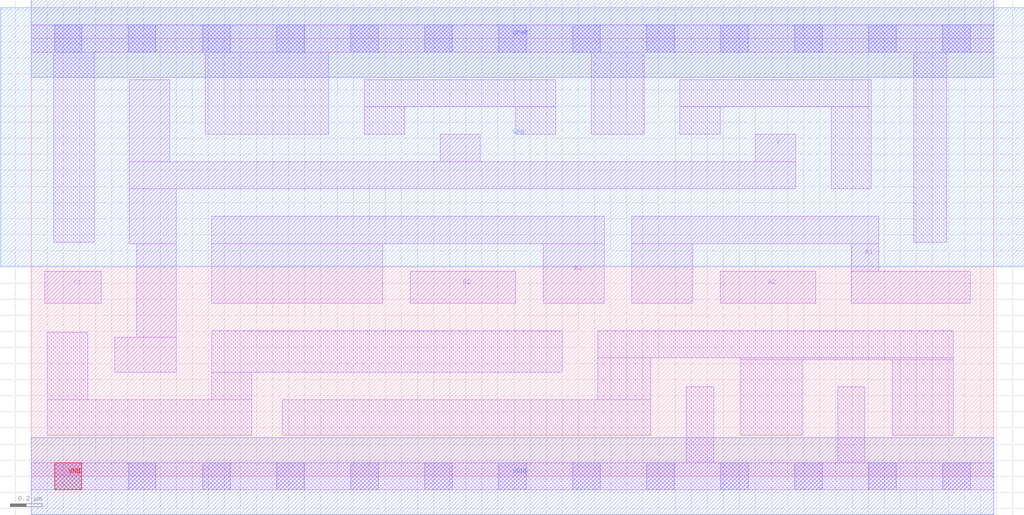
<source format=lef>
# Copyright 2020 The SkyWater PDK Authors
#
# Licensed under the Apache License, Version 2.0 (the "License");
# you may not use this file except in compliance with the License.
# You may obtain a copy of the License at
#
#     https://www.apache.org/licenses/LICENSE-2.0
#
# Unless required by applicable law or agreed to in writing, software
# distributed under the License is distributed on an "AS IS" BASIS,
# WITHOUT WARRANTIES OR CONDITIONS OF ANY KIND, either express or implied.
# See the License for the specific language governing permissions and
# limitations under the License.
#
# SPDX-License-Identifier: Apache-2.0

VERSION 5.7 ;
  NOWIREEXTENSIONATPIN ON ;
  DIVIDERCHAR "/" ;
  BUSBITCHARS "[]" ;
PROPERTYDEFINITIONS
  MACRO maskLayoutSubType STRING ;
  MACRO prCellType STRING ;
  MACRO originalViewName STRING ;
END PROPERTYDEFINITIONS
MACRO sky130_fd_sc_hdll__o221ai_2
  CLASS CORE ;
  FOREIGN sky130_fd_sc_hdll__o221ai_2 ;
  ORIGIN  0.000000  0.000000 ;
  SIZE  5.980000 BY  2.720000 ;
  SYMMETRY X Y R90 ;
  SITE unithd ;
  PIN A1
    ANTENNAGATEAREA  0.555000 ;
    DIRECTION INPUT ;
    USE SIGNAL ;
    PORT
      LAYER li1 ;
        RECT 3.730000 1.075000 4.110000 1.445000 ;
        RECT 3.730000 1.445000 5.265000 1.615000 ;
        RECT 5.095000 1.075000 5.835000 1.275000 ;
        RECT 5.095000 1.275000 5.265000 1.445000 ;
    END
  END A1
  PIN A2
    ANTENNAGATEAREA  0.555000 ;
    DIRECTION INPUT ;
    USE SIGNAL ;
    PORT
      LAYER li1 ;
        RECT 4.280000 1.075000 4.875000 1.275000 ;
    END
  END A2
  PIN B1
    ANTENNAGATEAREA  0.555000 ;
    DIRECTION INPUT ;
    USE SIGNAL ;
    PORT
      LAYER li1 ;
        RECT 1.120000 1.075000 2.185000 1.445000 ;
        RECT 1.120000 1.445000 3.560000 1.615000 ;
        RECT 3.180000 1.075000 3.560000 1.445000 ;
    END
  END B1
  PIN B2
    ANTENNAGATEAREA  0.555000 ;
    DIRECTION INPUT ;
    USE SIGNAL ;
    PORT
      LAYER li1 ;
        RECT 2.355000 1.075000 3.010000 1.275000 ;
    END
  END B2
  PIN C1
    ANTENNAGATEAREA  0.555000 ;
    DIRECTION INPUT ;
    USE SIGNAL ;
    PORT
      LAYER li1 ;
        RECT 0.085000 1.075000 0.435000 1.275000 ;
    END
  END C1
  PIN VGND
    ANTENNADIFFAREA  0.383500 ;
    DIRECTION INOUT ;
    USE SIGNAL ;
    PORT
      LAYER met1 ;
        RECT 0.000000 -0.240000 5.980000 0.240000 ;
    END
  END VGND
  PIN VNB
    PORT
      LAYER pwell ;
        RECT 0.145000 -0.085000 0.315000 0.085000 ;
    END
  END VNB
  PIN VPB
    PORT
      LAYER nwell ;
        RECT -0.190000 1.305000 6.170000 2.910000 ;
    END
  END VPB
  PIN VPWR
    ANTENNADIFFAREA  1.745000 ;
    DIRECTION INOUT ;
    USE SIGNAL ;
    PORT
      LAYER met1 ;
        RECT 0.000000 2.480000 5.980000 2.960000 ;
    END
  END VPWR
  PIN Y
    ANTENNADIFFAREA  1.078000 ;
    DIRECTION OUTPUT ;
    USE SIGNAL ;
    PORT
      LAYER li1 ;
        RECT 0.520000 0.645000 0.900000 0.865000 ;
        RECT 0.610000 1.445000 0.900000 1.785000 ;
        RECT 0.610000 1.785000 4.750000 1.955000 ;
        RECT 0.610000 1.955000 0.860000 2.465000 ;
        RECT 0.655000 0.865000 0.900000 1.445000 ;
        RECT 2.540000 1.955000 2.790000 2.125000 ;
        RECT 4.500000 1.955000 4.750000 2.125000 ;
    END
  END Y
  OBS
    LAYER li1 ;
      RECT 0.000000 -0.085000 5.980000 0.085000 ;
      RECT 0.000000  2.635000 5.980000 2.805000 ;
      RECT 0.100000  0.255000 1.370000 0.475000 ;
      RECT 0.100000  0.475000 0.350000 0.895000 ;
      RECT 0.140000  1.455000 0.390000 2.635000 ;
      RECT 1.080000  2.125000 1.850000 2.635000 ;
      RECT 1.120000  0.475000 1.370000 0.645000 ;
      RECT 1.120000  0.645000 3.300000 0.905000 ;
      RECT 1.560000  0.255000 3.850000 0.475000 ;
      RECT 2.070000  2.125000 2.320000 2.295000 ;
      RECT 2.070000  2.295000 3.260000 2.465000 ;
      RECT 3.010000  2.125000 3.260000 2.295000 ;
      RECT 3.480000  2.125000 3.810000 2.635000 ;
      RECT 3.520000  0.475000 3.850000 0.735000 ;
      RECT 3.520000  0.735000 5.730000 0.905000 ;
      RECT 4.030000  2.125000 4.280000 2.295000 ;
      RECT 4.030000  2.295000 5.220000 2.465000 ;
      RECT 4.070000  0.085000 4.240000 0.555000 ;
      RECT 4.410000  0.255000 4.790000 0.725000 ;
      RECT 4.410000  0.725000 5.730000 0.735000 ;
      RECT 4.970000  1.785000 5.220000 2.295000 ;
      RECT 5.010000  0.085000 5.180000 0.555000 ;
      RECT 5.350000  0.255000 5.730000 0.725000 ;
      RECT 5.485000  1.455000 5.690000 2.635000 ;
    LAYER mcon ;
      RECT 0.145000 -0.085000 0.315000 0.085000 ;
      RECT 0.145000  2.635000 0.315000 2.805000 ;
      RECT 0.605000 -0.085000 0.775000 0.085000 ;
      RECT 0.605000  2.635000 0.775000 2.805000 ;
      RECT 1.065000 -0.085000 1.235000 0.085000 ;
      RECT 1.065000  2.635000 1.235000 2.805000 ;
      RECT 1.525000 -0.085000 1.695000 0.085000 ;
      RECT 1.525000  2.635000 1.695000 2.805000 ;
      RECT 1.985000 -0.085000 2.155000 0.085000 ;
      RECT 1.985000  2.635000 2.155000 2.805000 ;
      RECT 2.445000 -0.085000 2.615000 0.085000 ;
      RECT 2.445000  2.635000 2.615000 2.805000 ;
      RECT 2.905000 -0.085000 3.075000 0.085000 ;
      RECT 2.905000  2.635000 3.075000 2.805000 ;
      RECT 3.365000 -0.085000 3.535000 0.085000 ;
      RECT 3.365000  2.635000 3.535000 2.805000 ;
      RECT 3.825000 -0.085000 3.995000 0.085000 ;
      RECT 3.825000  2.635000 3.995000 2.805000 ;
      RECT 4.285000 -0.085000 4.455000 0.085000 ;
      RECT 4.285000  2.635000 4.455000 2.805000 ;
      RECT 4.745000 -0.085000 4.915000 0.085000 ;
      RECT 4.745000  2.635000 4.915000 2.805000 ;
      RECT 5.205000 -0.085000 5.375000 0.085000 ;
      RECT 5.205000  2.635000 5.375000 2.805000 ;
      RECT 5.665000 -0.085000 5.835000 0.085000 ;
      RECT 5.665000  2.635000 5.835000 2.805000 ;
  END
  PROPERTY maskLayoutSubType "abstract" ;
  PROPERTY prCellType "standard" ;
  PROPERTY originalViewName "layout" ;
END sky130_fd_sc_hdll__o221ai_2
END LIBRARY

</source>
